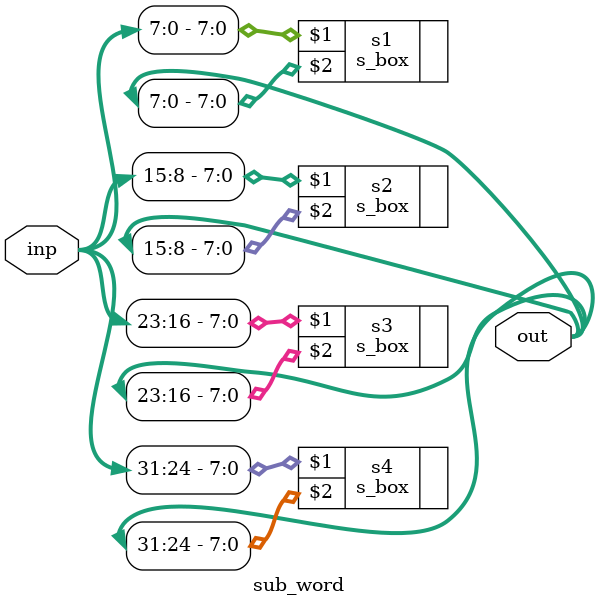
<source format=v>
module sub_word(inp,out);
	input [31:0] inp;
	output [31:0] out;
	
	s_box s1(inp[7:0], out[7:0]);
	s_box s2(inp[15:8], out[15:8]);
	s_box s3(inp[23:16], out[23:16]);
	s_box s4(inp[31:24], out[31:24]);
	
endmodule

</source>
